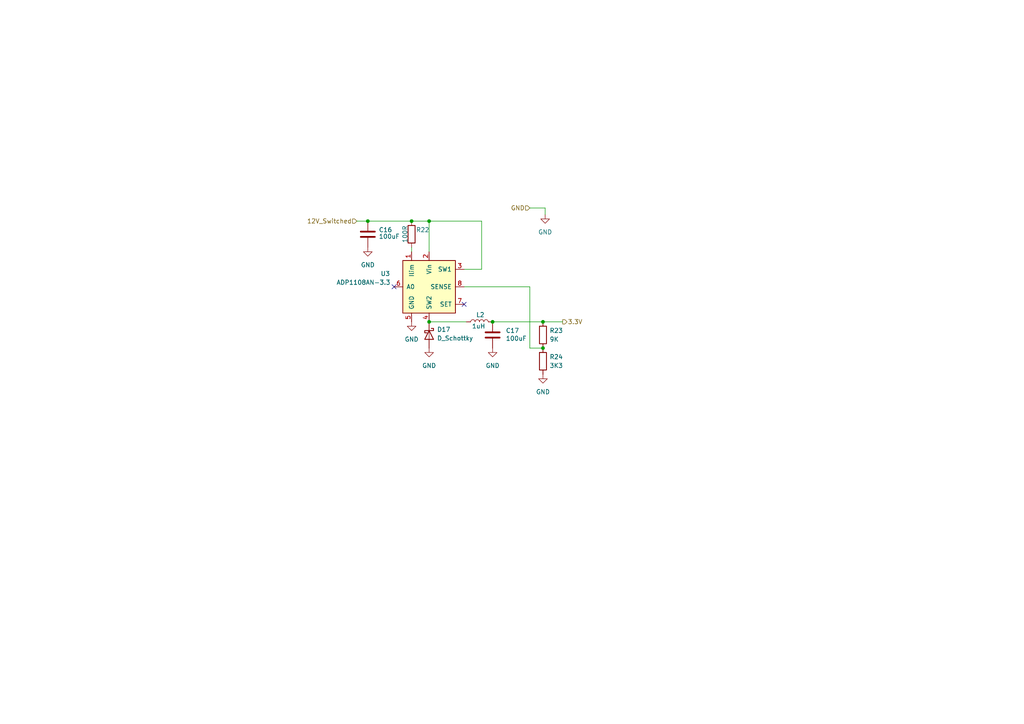
<source format=kicad_sch>
(kicad_sch (version 20230121) (generator eeschema)
  (paper "A4")
  (lib_symbols
    (symbol "Device:C" (pin_numbers hide) (pin_names (offset 0.254))
      (property "Reference" "C" (at 0.635 2.54 0))
      (property "Value" "C" (at 0.635 -2.54 0))
      (symbol "C_0_1"
        (polyline (pts (xy -2.032 -0.762) (xy 2.032 -0.762)) (stroke (width 0.508)))
        (polyline (pts (xy -2.032 0.762) (xy 2.032 0.762)) (stroke (width 0.508)))
      )
      (symbol "C_1_1"
        (pin passive line (at 0 3.81 270) (length 2.794) (name "~") (number "1"))
        (pin passive line (at 0 -3.81 90) (length 2.794) (name "~") (number "2"))
      )
    )
    (symbol "Device:D_Schottky" (pin_numbers hide) (pin_names (offset 1.016) hide)
      (property "Reference" "D" (at 0 2.54 0))
      (property "Value" "D_Schottky" (at 0 -2.54 0))
      (symbol "D_Schottky_0_1"
        (polyline (pts (xy 1.27 0) (xy -1.27 0)))
        (polyline (pts (xy 1.27 1.27) (xy 1.27 -1.27) (xy -1.27 0) (xy 1.27 1.27)) (stroke (width 0.254)))
        (polyline (pts (xy -1.905 0.635) (xy -1.905 1.27) (xy -1.27 1.27) (xy -1.27 -1.27) (xy -0.635 -1.27) (xy -0.635 -0.635)) (stroke (width 0.254)))
      )
      (symbol "D_Schottky_1_1"
        (pin passive line (at -3.81 0 0) (length 2.54) (name "K") (number "1"))
        (pin passive line (at 3.81 0 180) (length 2.54) (name "A") (number "2"))
      )
    )
    (symbol "Device:L" (pin_numbers hide) (pin_names (offset 1.016) hide)
      (property "Reference" "L" (at -1.27 0 90))
      (property "Value" "L" (at 1.905 0 90))
      (symbol "L_0_1"
        (arc (start 0 -2.54) (mid 0.6323 -1.905) (end 0 -1.27))
        (arc (start 0 -1.27) (mid 0.6323 -0.635) (end 0 0))
        (arc (start 0 0) (mid 0.6323 0.635) (end 0 1.27))
        (arc (start 0 1.27) (mid 0.6323 1.905) (end 0 2.54))
      )
      (symbol "L_1_1"
        (pin passive line (at 0 3.81 270) (length 1.27) (name "1") (number "1"))
        (pin passive line (at 0 -3.81 90) (length 1.27) (name "2") (number "2"))
      )
    )
    (symbol "Device:R" (pin_numbers hide) (pin_names (offset 0))
      (property "Reference" "R" (at 2.032 0 90))
      (property "Value" "R" (at 0 0 90))
      (symbol "R_0_1"
        (rectangle (start -1.016 -2.54) (end 1.016 2.54) (stroke (width 0.254)))
      )
      (symbol "R_1_1"
        (pin passive line (at 0 3.81 270) (length 1.27) (name "~") (number "1"))
        (pin passive line (at 0 -3.81 90) (length 1.27) (name "~") (number "2"))
      )
    )
    (symbol "Regulator_Switching:ADP1108AN-3.3" (pin_names (offset 1.016))
      (property "Reference" "U" (at 1.27 10.795 0))
      (property "Value" "ADP1108AN-3.3" (at 1.27 8.89 0))
      (symbol "ADP1108AN-3.3_0_1"
        (rectangle (start -7.62 7.62) (end 7.62 -7.62) (stroke (width 0.254)) (fill (type background)))
      )
      (symbol "ADP1108AN-3.3_1_1"
        (pin input line (at -5.08 10.16 270) (length 2.54) (name "Ilim") (number "1"))
        (pin power_in line (at 0 10.16 270) (length 2.54) (name "Vin") (number "2"))
        (pin input line (at 10.16 5.08 180) (length 2.54) (name "SW1") (number "3"))
        (pin input line (at 0 -10.16 90) (length 2.54) (name "SW2") (number "4"))
        (pin power_in line (at -5.08 -10.16 90) (length 2.54) (name "GND") (number "5"))
        (pin output line (at -10.16 0 0) (length 2.54) (name "A0") (number "6"))
        (pin input line (at 10.16 -5.08 180) (length 2.54) (name "SET") (number "7"))
        (pin input line (at 10.16 0 180) (length 2.54) (name "SENSE") (number "8"))
      )
    )
    (symbol "power:GND" (power) (pin_names (offset 0))
      (property "Value" "GND" (at 0 -3.81 0))
      (symbol "GND_0_1"
        (polyline (pts (xy 0 0) (xy 0 -1.27) (xy 1.27 -1.27) (xy 0 -2.54) (xy -1.27 -1.27) (xy 0 -1.27)))
      )
      (symbol "GND_1_1"
        (pin power_in line (at 0 0 270) (length 0) hide (name "GND") (number "1"))
      )
    )
  )
  (junction (at 142.875 93.345))
  (junction (at 106.68 64.135))
  (junction (at 157.48 100.965))
  (junction (at 157.48 93.345))
  (junction (at 119.38 64.135))
  (junction (at 124.46 93.345))
  (junction (at 124.46 64.135))
  (no_connect (at 114.3 83.185))
  (no_connect (at 134.62 88.265))
  (wire (pts (xy 153.67 83.185) (xy 134.62 83.185)))
  (wire (pts (xy 134.62 78.105) (xy 139.7 78.105)))
  (wire (pts (xy 139.7 78.105) (xy 139.7 64.135)))
  (wire (pts (xy 106.68 64.135) (xy 119.38 64.135)))
  (wire (pts (xy 119.38 73.025) (xy 119.38 71.755)))
  (wire (pts (xy 124.46 93.345) (xy 135.255 93.345)))
  (wire (pts (xy 157.48 93.345) (xy 163.195 93.345)))
  (wire (pts (xy 124.46 64.135) (xy 139.7 64.135)))
  (wire (pts (xy 142.875 93.345) (xy 157.48 93.345)))
  (wire (pts (xy 119.38 64.135) (xy 124.46 64.135)))
  (wire (pts (xy 124.46 64.135) (xy 124.46 73.025)))
  (wire (pts (xy 158.115 62.23) (xy 158.115 60.325)))
  (wire (pts (xy 103.505 64.135) (xy 106.68 64.135)))
  (wire (pts (xy 158.115 60.325) (xy 153.67 60.325)))
  (wire (pts (xy 157.48 100.965) (xy 153.67 100.965)))
  (wire (pts (xy 153.67 83.185) (xy 153.67 100.965)))
  (hierarchical_label "12V_Switched" (shape input) (at 103.505 64.135 180))
  (hierarchical_label "3.3V" (shape output) (at 163.195 93.345 0))
  (hierarchical_label "GND" (shape input) (at 153.67 60.325 180))
  (symbol (lib_id "power:GND") (at 106.68 71.755 0) (unit 1)
    (property "Reference" "#PWR052" (effects hide))
    (property "Value" "GND" (at 106.68 76.835 0))
  )
  (symbol (lib_id "Device:R") (at 157.48 104.775 0) (unit 1)
    (property "Reference" "R24" (at 159.385 103.505 0) (effects (justify left)))
    (property "Value" "3K3" (at 159.385 106.045 0) (effects (justify left)))
    (property "Footprint" "Resistor_SMD:R_0402_1005Metric" (effects hide))
  )
  (symbol (lib_id "Device:D_Schottky") (at 124.46 97.155 270) (unit 1)
    (property "Reference" "D17" (at 126.746 95.5675 90) (effects (justify left)))
    (property "Value" "D_Schottky" (at 126.746 98.1075 90) (effects (justify left)))
    (property "Footprint" "Diode_SMD:D_0603_1608Metric" (effects hide))
  )
  (symbol (lib_id "Device:R") (at 157.48 97.155 0) (unit 1)
    (property "Reference" "R23" (at 159.385 95.885 0) (effects (justify left)))
    (property "Value" "9K" (at 159.385 98.425 0) (effects (justify left)))
    (property "Footprint" "Resistor_SMD:R_0402_1005Metric" (effects hide))
  )
  (symbol (lib_id "power:GND") (at 158.115 62.23 0) (unit 1)
    (property "Reference" "#PWR051" (effects hide))
    (property "Value" "GND" (at 158.115 67.31 0))
  )
  (symbol (lib_id "Device:R") (at 119.38 67.945 0) (unit 1)
    (property "Reference" "R22" (at 120.65 66.675 0) (effects (justify left)))
    (property "Value" "100R" (at 117.475 70.485 90) (effects (justify left)))
    (property "Footprint" "Resistor_SMD:R_0402_1005Metric" (effects hide))
  )
  (symbol (lib_id "power:GND") (at 124.46 100.965 0) (unit 1)
    (property "Reference" "#PWR054" (effects hide))
    (property "Value" "GND" (at 124.46 106.045 0))
  )
  (symbol (lib_id "Device:C") (at 106.68 67.945 0) (unit 1)
    (property "Reference" "C16" (at 109.855 66.675 0) (effects (justify left)))
    (property "Value" "100uF" (at 109.855 68.58 0) (effects (justify left)))
    (property "Footprint" "Capacitor_SMD:C_1206_3216Metric" (effects hide))
  )
  (symbol (lib_id "power:GND") (at 157.48 108.585 0) (unit 1)
    (property "Reference" "#PWR056" (effects hide))
    (property "Value" "GND" (at 157.48 113.665 0))
  )
  (symbol (lib_id "power:GND") (at 142.875 100.965 0) (unit 1)
    (property "Reference" "#PWR055" (effects hide))
    (property "Value" "GND" (at 142.875 106.045 0))
  )
  (symbol (lib_id "Device:L") (at 139.065 93.345 90) (unit 1)
    (property "Reference" "L2" (at 139.319 91.313 90))
    (property "Value" "1uH" (at 138.811 94.615 90))
    (property "Footprint" "Inductor_SMD:L_0402_1005Metric" (effects hide))
  )
  (symbol (lib_id "Regulator_Switching:ADP1108AN-3.3") (at 124.46 83.185 0) (unit 1)
    (property "Reference" "U3" (at 111.76 79.375 0))
    (property "Value" "ADP1108AN-3.3" (at 105.41 81.915 0))
    (property "Footprint" "Package_DIP:DIP-8_W7.62mm" (effects hide))
    (property "Datasheet" "https://www.analog.com/media/en/technical-documentation/data-sheets/ADP1108.pdf" (effects hide))
  )
  (symbol (lib_id "Device:C") (at 142.875 97.155 0) (unit 1)
    (property "Reference" "C17" (at 146.685 95.885 0) (effects (justify left)))
    (property "Value" "100uF" (at 146.685 98.171 0) (effects (justify left)))
    (property "Footprint" "Capacitor_SMD:C_1206_3216Metric" (effects hide))
  )
  (symbol (lib_id "power:GND") (at 119.38 93.345 0) (unit 1)
    (property "Reference" "#PWR053" (effects hide))
    (property "Value" "GND" (at 119.38 98.425 0))
  )
)
</source>
